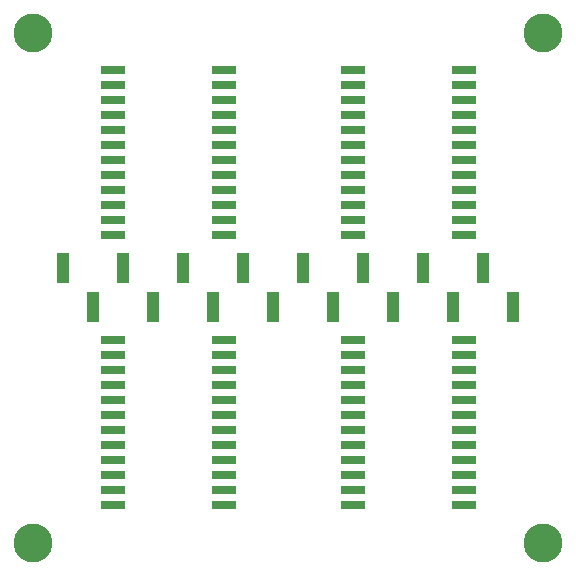
<source format=gts>
G04 #@! TF.FileFunction,Soldermask,Top*
%FSLAX46Y46*%
G04 Gerber Fmt 4.6, Leading zero omitted, Abs format (unit mm)*
G04 Created by KiCad (PCBNEW (2015-11-29 BZR 6336)-product) date vrijdag 15 april 2016 20:54:22*
%MOMM*%
G01*
G04 APERTURE LIST*
%ADD10C,0.100000*%
%ADD11R,1.100000X2.610000*%
%ADD12C,3.300000*%
%ADD13R,2.100000X0.700000*%
G04 APERTURE END LIST*
D10*
D11*
X135890000Y-103255000D03*
X133350000Y-99945000D03*
X138430000Y-99945000D03*
X140970000Y-103255000D03*
X151130000Y-103255000D03*
X148590000Y-99945000D03*
X143510000Y-99945000D03*
X146050000Y-103255000D03*
X171450000Y-103255000D03*
X168910000Y-99945000D03*
X163830000Y-99945000D03*
X166370000Y-103255000D03*
X161290000Y-103255000D03*
X158750000Y-99945000D03*
X156210000Y-103255000D03*
X153670000Y-99945000D03*
D12*
X173990000Y-123190000D03*
X173990000Y-80010000D03*
X130810000Y-123190000D03*
D13*
X157860000Y-83185000D03*
X157860000Y-84455000D03*
X157860000Y-85725000D03*
X157860000Y-86995000D03*
X157860000Y-88265000D03*
X157860000Y-89535000D03*
X157860000Y-90805000D03*
X157860000Y-92075000D03*
X157860000Y-93345000D03*
X157860000Y-94615000D03*
X157860000Y-95885000D03*
X157860000Y-97155000D03*
X167260000Y-97155000D03*
X167260000Y-95885000D03*
X167260000Y-94615000D03*
X167260000Y-93345000D03*
X167260000Y-92075000D03*
X167260000Y-90805000D03*
X167260000Y-89535000D03*
X167260000Y-88265000D03*
X167260000Y-86995000D03*
X167260000Y-85725000D03*
X167260000Y-84455000D03*
X167260000Y-83185000D03*
X157860000Y-106045000D03*
X157860000Y-107315000D03*
X157860000Y-108585000D03*
X157860000Y-109855000D03*
X157860000Y-111125000D03*
X157860000Y-112395000D03*
X157860000Y-113665000D03*
X157860000Y-114935000D03*
X157860000Y-116205000D03*
X157860000Y-117475000D03*
X157860000Y-118745000D03*
X157860000Y-120015000D03*
X167260000Y-120015000D03*
X167260000Y-118745000D03*
X167260000Y-117475000D03*
X167260000Y-116205000D03*
X167260000Y-114935000D03*
X167260000Y-113665000D03*
X167260000Y-112395000D03*
X167260000Y-111125000D03*
X167260000Y-109855000D03*
X167260000Y-108585000D03*
X167260000Y-107315000D03*
X167260000Y-106045000D03*
X137540000Y-106045000D03*
X137540000Y-107315000D03*
X137540000Y-108585000D03*
X137540000Y-109855000D03*
X137540000Y-111125000D03*
X137540000Y-112395000D03*
X137540000Y-113665000D03*
X137540000Y-114935000D03*
X137540000Y-116205000D03*
X137540000Y-117475000D03*
X137540000Y-118745000D03*
X137540000Y-120015000D03*
X146940000Y-120015000D03*
X146940000Y-118745000D03*
X146940000Y-117475000D03*
X146940000Y-116205000D03*
X146940000Y-114935000D03*
X146940000Y-113665000D03*
X146940000Y-112395000D03*
X146940000Y-111125000D03*
X146940000Y-109855000D03*
X146940000Y-108585000D03*
X146940000Y-107315000D03*
X146940000Y-106045000D03*
X137540000Y-83185000D03*
X137540000Y-84455000D03*
X137540000Y-85725000D03*
X137540000Y-86995000D03*
X137540000Y-88265000D03*
X137540000Y-89535000D03*
X137540000Y-90805000D03*
X137540000Y-92075000D03*
X137540000Y-93345000D03*
X137540000Y-94615000D03*
X137540000Y-95885000D03*
X137540000Y-97155000D03*
X146940000Y-97155000D03*
X146940000Y-95885000D03*
X146940000Y-94615000D03*
X146940000Y-93345000D03*
X146940000Y-92075000D03*
X146940000Y-90805000D03*
X146940000Y-89535000D03*
X146940000Y-88265000D03*
X146940000Y-86995000D03*
X146940000Y-85725000D03*
X146940000Y-84455000D03*
X146940000Y-83185000D03*
D12*
X130810000Y-80010000D03*
M02*

</source>
